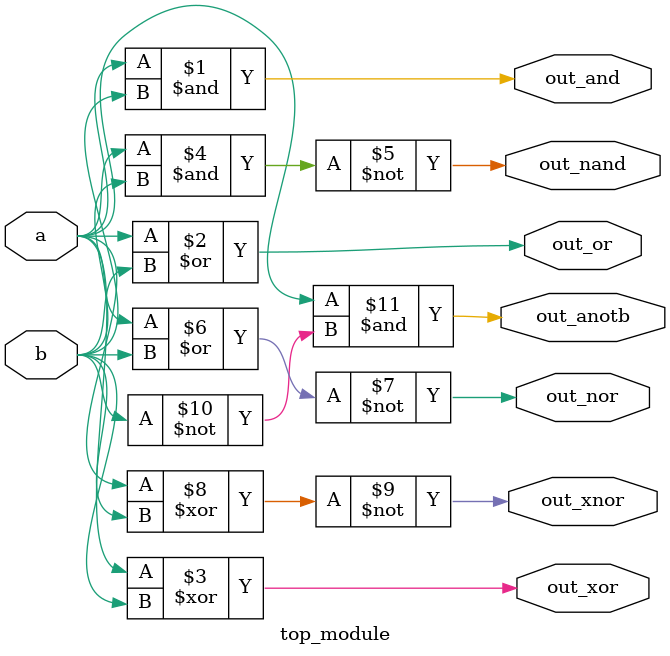
<source format=v>
module top_module( 
    input a, b,
    output out_and,out_or,out_xor,out_nand,out_nor,out_xnor,out_anotb
);
    and(out_and,a,b);
    or(out_or,a,b);
    xor(out_xor,a,b);
    nand(out_nand,a,b);
    nor(out_nor,a,b);
    xnor(out_xnor,a,b);
    and(out_anotb,a,~b);

endmodule

</source>
